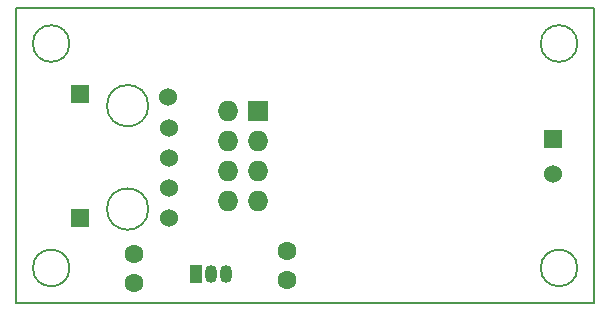
<source format=gbr>
%TF.GenerationSoftware,KiCad,Pcbnew,6.0.11-2627ca5db0~126~ubuntu20.04.1*%
%TF.CreationDate,2024-02-27T12:59:37-06:00*%
%TF.ProjectId,WaterFlowCounter,57617465-7246-46c6-9f77-436f756e7465,rev?*%
%TF.SameCoordinates,Original*%
%TF.FileFunction,Soldermask,Bot*%
%TF.FilePolarity,Negative*%
%FSLAX46Y46*%
G04 Gerber Fmt 4.6, Leading zero omitted, Abs format (unit mm)*
G04 Created by KiCad (PCBNEW 6.0.11-2627ca5db0~126~ubuntu20.04.1) date 2024-02-27 12:59:37*
%MOMM*%
%LPD*%
G01*
G04 APERTURE LIST*
%TA.AperFunction,Profile*%
%ADD10C,0.200000*%
%TD*%
%ADD11C,1.600000*%
%ADD12R,1.727200X1.727200*%
%ADD13O,1.727200X1.727200*%
%ADD14R,1.524000X1.524000*%
%ADD15C,1.524000*%
%ADD16R,1.050000X1.500000*%
%ADD17O,1.050000X1.500000*%
G04 APERTURE END LIST*
D10*
X172550000Y-103000000D02*
G75*
G03*
X172550000Y-103000000I-1550000J0D01*
G01*
X125000000Y-100000000D02*
X174000000Y-100000000D01*
X174000000Y-100000000D02*
X174000000Y-125000000D01*
X174000000Y-125000000D02*
X125000000Y-125000000D01*
X125000000Y-125000000D02*
X125000000Y-100000000D01*
X129550000Y-122000000D02*
G75*
G03*
X129550000Y-122000000I-1550000J0D01*
G01*
X172550000Y-122000000D02*
G75*
G03*
X172550000Y-122000000I-1550000J0D01*
G01*
X129550000Y-103000000D02*
G75*
G03*
X129550000Y-103000000I-1550000J0D01*
G01*
%TO.C,J1*%
X136222600Y-117011600D02*
G75*
G03*
X136222600Y-117011600I-1750000J0D01*
G01*
X136222600Y-108261600D02*
G75*
G03*
X136222600Y-108261600I-1750000J0D01*
G01*
%TD*%
D11*
%TO.C,C2*%
X147992400Y-120547600D03*
X147992400Y-123047600D03*
%TD*%
%TO.C,C1*%
X134992400Y-123297600D03*
X134992400Y-120797600D03*
%TD*%
D12*
%TO.C,U1*%
X145491400Y-108737600D03*
D13*
X142951400Y-108737600D03*
X145491400Y-111277600D03*
X142951400Y-111277600D03*
X145491400Y-113817600D03*
X142951400Y-113817600D03*
X145491400Y-116357600D03*
X142951400Y-116357600D03*
%TD*%
D14*
%TO.C,J2*%
X170492400Y-111047600D03*
D15*
X170492400Y-114047600D03*
%TD*%
D16*
%TO.C,U2*%
X140222400Y-122547600D03*
D17*
X141492400Y-122547600D03*
X142762400Y-122547600D03*
%TD*%
D15*
%TO.C,J1*%
X137919200Y-107522800D03*
X137944600Y-110113600D03*
X137944600Y-112681600D03*
X137944600Y-115193600D03*
X137972600Y-117761600D03*
D14*
X130472600Y-117761600D03*
X130472600Y-107261600D03*
%TD*%
M02*

</source>
